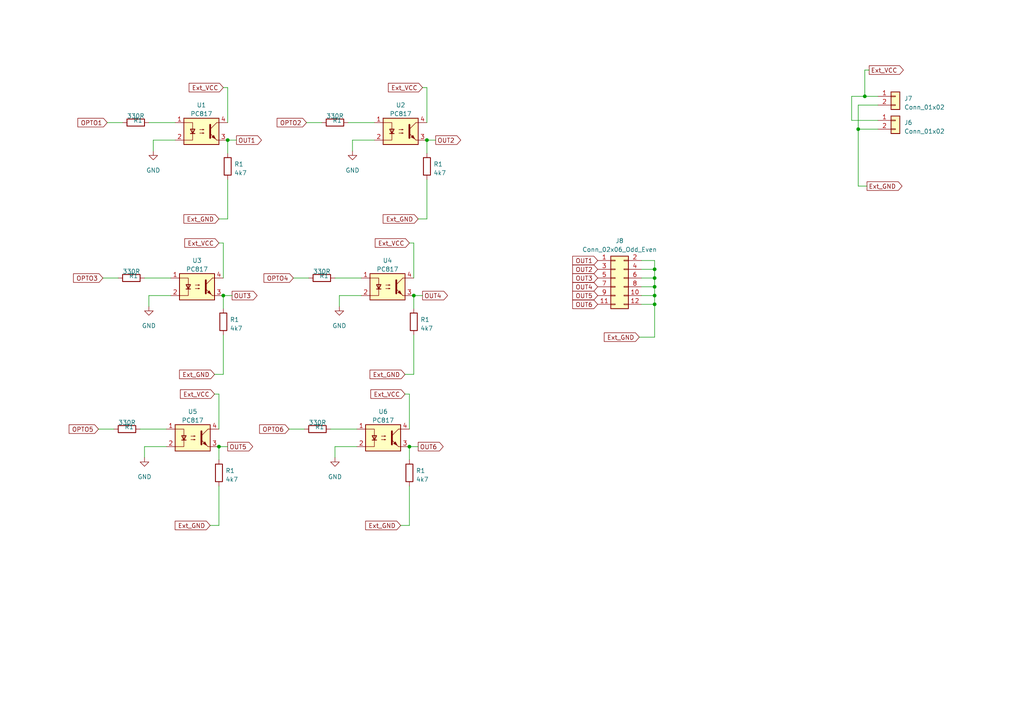
<source format=kicad_sch>
(kicad_sch (version 20230121) (generator eeschema)

  (uuid 0d90e76a-70c9-417d-8316-e042482b1488)

  (paper "A4")

  (lib_symbols
    (symbol "Connector_Generic:Conn_01x02" (pin_names (offset 1.016) hide) (in_bom yes) (on_board yes)
      (property "Reference" "J" (at 0 2.54 0)
        (effects (font (size 1.27 1.27)))
      )
      (property "Value" "Conn_01x02" (at 0 -5.08 0)
        (effects (font (size 1.27 1.27)))
      )
      (property "Footprint" "" (at 0 0 0)
        (effects (font (size 1.27 1.27)) hide)
      )
      (property "Datasheet" "~" (at 0 0 0)
        (effects (font (size 1.27 1.27)) hide)
      )
      (property "ki_keywords" "connector" (at 0 0 0)
        (effects (font (size 1.27 1.27)) hide)
      )
      (property "ki_description" "Generic connector, single row, 01x02, script generated (kicad-library-utils/schlib/autogen/connector/)" (at 0 0 0)
        (effects (font (size 1.27 1.27)) hide)
      )
      (property "ki_fp_filters" "Connector*:*_1x??_*" (at 0 0 0)
        (effects (font (size 1.27 1.27)) hide)
      )
      (symbol "Conn_01x02_1_1"
        (rectangle (start -1.27 -2.413) (end 0 -2.667)
          (stroke (width 0.1524) (type default))
          (fill (type none))
        )
        (rectangle (start -1.27 0.127) (end 0 -0.127)
          (stroke (width 0.1524) (type default))
          (fill (type none))
        )
        (rectangle (start -1.27 1.27) (end 1.27 -3.81)
          (stroke (width 0.254) (type default))
          (fill (type background))
        )
        (pin passive line (at -5.08 0 0) (length 3.81)
          (name "Pin_1" (effects (font (size 1.27 1.27))))
          (number "1" (effects (font (size 1.27 1.27))))
        )
        (pin passive line (at -5.08 -2.54 0) (length 3.81)
          (name "Pin_2" (effects (font (size 1.27 1.27))))
          (number "2" (effects (font (size 1.27 1.27))))
        )
      )
    )
    (symbol "Connector_Generic:Conn_02x06_Odd_Even" (pin_names (offset 1.016) hide) (in_bom yes) (on_board yes)
      (property "Reference" "J" (at 1.27 7.62 0)
        (effects (font (size 1.27 1.27)))
      )
      (property "Value" "Conn_02x06_Odd_Even" (at 1.27 -10.16 0)
        (effects (font (size 1.27 1.27)))
      )
      (property "Footprint" "" (at 0 0 0)
        (effects (font (size 1.27 1.27)) hide)
      )
      (property "Datasheet" "~" (at 0 0 0)
        (effects (font (size 1.27 1.27)) hide)
      )
      (property "ki_keywords" "connector" (at 0 0 0)
        (effects (font (size 1.27 1.27)) hide)
      )
      (property "ki_description" "Generic connector, double row, 02x06, odd/even pin numbering scheme (row 1 odd numbers, row 2 even numbers), script generated (kicad-library-utils/schlib/autogen/connector/)" (at 0 0 0)
        (effects (font (size 1.27 1.27)) hide)
      )
      (property "ki_fp_filters" "Connector*:*_2x??_*" (at 0 0 0)
        (effects (font (size 1.27 1.27)) hide)
      )
      (symbol "Conn_02x06_Odd_Even_1_1"
        (rectangle (start -1.27 -7.493) (end 0 -7.747)
          (stroke (width 0.1524) (type default))
          (fill (type none))
        )
        (rectangle (start -1.27 -4.953) (end 0 -5.207)
          (stroke (width 0.1524) (type default))
          (fill (type none))
        )
        (rectangle (start -1.27 -2.413) (end 0 -2.667)
          (stroke (width 0.1524) (type default))
          (fill (type none))
        )
        (rectangle (start -1.27 0.127) (end 0 -0.127)
          (stroke (width 0.1524) (type default))
          (fill (type none))
        )
        (rectangle (start -1.27 2.667) (end 0 2.413)
          (stroke (width 0.1524) (type default))
          (fill (type none))
        )
        (rectangle (start -1.27 5.207) (end 0 4.953)
          (stroke (width 0.1524) (type default))
          (fill (type none))
        )
        (rectangle (start -1.27 6.35) (end 3.81 -8.89)
          (stroke (width 0.254) (type default))
          (fill (type background))
        )
        (rectangle (start 3.81 -7.493) (end 2.54 -7.747)
          (stroke (width 0.1524) (type default))
          (fill (type none))
        )
        (rectangle (start 3.81 -4.953) (end 2.54 -5.207)
          (stroke (width 0.1524) (type default))
          (fill (type none))
        )
        (rectangle (start 3.81 -2.413) (end 2.54 -2.667)
          (stroke (width 0.1524) (type default))
          (fill (type none))
        )
        (rectangle (start 3.81 0.127) (end 2.54 -0.127)
          (stroke (width 0.1524) (type default))
          (fill (type none))
        )
        (rectangle (start 3.81 2.667) (end 2.54 2.413)
          (stroke (width 0.1524) (type default))
          (fill (type none))
        )
        (rectangle (start 3.81 5.207) (end 2.54 4.953)
          (stroke (width 0.1524) (type default))
          (fill (type none))
        )
        (pin passive line (at -5.08 5.08 0) (length 3.81)
          (name "Pin_1" (effects (font (size 1.27 1.27))))
          (number "1" (effects (font (size 1.27 1.27))))
        )
        (pin passive line (at 7.62 -5.08 180) (length 3.81)
          (name "Pin_10" (effects (font (size 1.27 1.27))))
          (number "10" (effects (font (size 1.27 1.27))))
        )
        (pin passive line (at -5.08 -7.62 0) (length 3.81)
          (name "Pin_11" (effects (font (size 1.27 1.27))))
          (number "11" (effects (font (size 1.27 1.27))))
        )
        (pin passive line (at 7.62 -7.62 180) (length 3.81)
          (name "Pin_12" (effects (font (size 1.27 1.27))))
          (number "12" (effects (font (size 1.27 1.27))))
        )
        (pin passive line (at 7.62 5.08 180) (length 3.81)
          (name "Pin_2" (effects (font (size 1.27 1.27))))
          (number "2" (effects (font (size 1.27 1.27))))
        )
        (pin passive line (at -5.08 2.54 0) (length 3.81)
          (name "Pin_3" (effects (font (size 1.27 1.27))))
          (number "3" (effects (font (size 1.27 1.27))))
        )
        (pin passive line (at 7.62 2.54 180) (length 3.81)
          (name "Pin_4" (effects (font (size 1.27 1.27))))
          (number "4" (effects (font (size 1.27 1.27))))
        )
        (pin passive line (at -5.08 0 0) (length 3.81)
          (name "Pin_5" (effects (font (size 1.27 1.27))))
          (number "5" (effects (font (size 1.27 1.27))))
        )
        (pin passive line (at 7.62 0 180) (length 3.81)
          (name "Pin_6" (effects (font (size 1.27 1.27))))
          (number "6" (effects (font (size 1.27 1.27))))
        )
        (pin passive line (at -5.08 -2.54 0) (length 3.81)
          (name "Pin_7" (effects (font (size 1.27 1.27))))
          (number "7" (effects (font (size 1.27 1.27))))
        )
        (pin passive line (at 7.62 -2.54 180) (length 3.81)
          (name "Pin_8" (effects (font (size 1.27 1.27))))
          (number "8" (effects (font (size 1.27 1.27))))
        )
        (pin passive line (at -5.08 -5.08 0) (length 3.81)
          (name "Pin_9" (effects (font (size 1.27 1.27))))
          (number "9" (effects (font (size 1.27 1.27))))
        )
      )
    )
    (symbol "Device:R" (pin_numbers hide) (pin_names (offset 0)) (in_bom yes) (on_board yes)
      (property "Reference" "R" (at 2.032 0 90)
        (effects (font (size 1.27 1.27)))
      )
      (property "Value" "R" (at 0 0 90)
        (effects (font (size 1.27 1.27)))
      )
      (property "Footprint" "" (at -1.778 0 90)
        (effects (font (size 1.27 1.27)) hide)
      )
      (property "Datasheet" "~" (at 0 0 0)
        (effects (font (size 1.27 1.27)) hide)
      )
      (property "ki_keywords" "R res resistor" (at 0 0 0)
        (effects (font (size 1.27 1.27)) hide)
      )
      (property "ki_description" "Resistor" (at 0 0 0)
        (effects (font (size 1.27 1.27)) hide)
      )
      (property "ki_fp_filters" "R_*" (at 0 0 0)
        (effects (font (size 1.27 1.27)) hide)
      )
      (symbol "R_0_1"
        (rectangle (start -1.016 -2.54) (end 1.016 2.54)
          (stroke (width 0.254) (type default))
          (fill (type none))
        )
      )
      (symbol "R_1_1"
        (pin passive line (at 0 3.81 270) (length 1.27)
          (name "~" (effects (font (size 1.27 1.27))))
          (number "1" (effects (font (size 1.27 1.27))))
        )
        (pin passive line (at 0 -3.81 90) (length 1.27)
          (name "~" (effects (font (size 1.27 1.27))))
          (number "2" (effects (font (size 1.27 1.27))))
        )
      )
    )
    (symbol "Isolator:PC817" (pin_names (offset 1.016)) (in_bom yes) (on_board yes)
      (property "Reference" "U" (at -5.08 5.08 0)
        (effects (font (size 1.27 1.27)) (justify left))
      )
      (property "Value" "PC817" (at 0 5.08 0)
        (effects (font (size 1.27 1.27)) (justify left))
      )
      (property "Footprint" "Package_DIP:DIP-4_W7.62mm" (at -5.08 -5.08 0)
        (effects (font (size 1.27 1.27) italic) (justify left) hide)
      )
      (property "Datasheet" "http://www.soselectronic.cz/a_info/resource/d/pc817.pdf" (at 0 0 0)
        (effects (font (size 1.27 1.27)) (justify left) hide)
      )
      (property "ki_keywords" "NPN DC Optocoupler" (at 0 0 0)
        (effects (font (size 1.27 1.27)) hide)
      )
      (property "ki_description" "DC Optocoupler, Vce 35V, CTR 50-300%, DIP-4" (at 0 0 0)
        (effects (font (size 1.27 1.27)) hide)
      )
      (property "ki_fp_filters" "DIP*W7.62mm*" (at 0 0 0)
        (effects (font (size 1.27 1.27)) hide)
      )
      (symbol "PC817_0_1"
        (rectangle (start -5.08 3.81) (end 5.08 -3.81)
          (stroke (width 0.254) (type default))
          (fill (type background))
        )
        (polyline
          (pts
            (xy -3.175 -0.635)
            (xy -1.905 -0.635)
          )
          (stroke (width 0.254) (type default))
          (fill (type none))
        )
        (polyline
          (pts
            (xy 2.54 0.635)
            (xy 4.445 2.54)
          )
          (stroke (width 0) (type default))
          (fill (type none))
        )
        (polyline
          (pts
            (xy 4.445 -2.54)
            (xy 2.54 -0.635)
          )
          (stroke (width 0) (type default))
          (fill (type outline))
        )
        (polyline
          (pts
            (xy 4.445 -2.54)
            (xy 5.08 -2.54)
          )
          (stroke (width 0) (type default))
          (fill (type none))
        )
        (polyline
          (pts
            (xy 4.445 2.54)
            (xy 5.08 2.54)
          )
          (stroke (width 0) (type default))
          (fill (type none))
        )
        (polyline
          (pts
            (xy -5.08 2.54)
            (xy -2.54 2.54)
            (xy -2.54 -0.635)
          )
          (stroke (width 0) (type default))
          (fill (type none))
        )
        (polyline
          (pts
            (xy -2.54 -0.635)
            (xy -2.54 -2.54)
            (xy -5.08 -2.54)
          )
          (stroke (width 0) (type default))
          (fill (type none))
        )
        (polyline
          (pts
            (xy 2.54 1.905)
            (xy 2.54 -1.905)
            (xy 2.54 -1.905)
          )
          (stroke (width 0.508) (type default))
          (fill (type none))
        )
        (polyline
          (pts
            (xy -2.54 -0.635)
            (xy -3.175 0.635)
            (xy -1.905 0.635)
            (xy -2.54 -0.635)
          )
          (stroke (width 0.254) (type default))
          (fill (type none))
        )
        (polyline
          (pts
            (xy -0.508 -0.508)
            (xy 0.762 -0.508)
            (xy 0.381 -0.635)
            (xy 0.381 -0.381)
            (xy 0.762 -0.508)
          )
          (stroke (width 0) (type default))
          (fill (type none))
        )
        (polyline
          (pts
            (xy -0.508 0.508)
            (xy 0.762 0.508)
            (xy 0.381 0.381)
            (xy 0.381 0.635)
            (xy 0.762 0.508)
          )
          (stroke (width 0) (type default))
          (fill (type none))
        )
        (polyline
          (pts
            (xy 3.048 -1.651)
            (xy 3.556 -1.143)
            (xy 4.064 -2.159)
            (xy 3.048 -1.651)
            (xy 3.048 -1.651)
          )
          (stroke (width 0) (type default))
          (fill (type outline))
        )
      )
      (symbol "PC817_1_1"
        (pin passive line (at -7.62 2.54 0) (length 2.54)
          (name "~" (effects (font (size 1.27 1.27))))
          (number "1" (effects (font (size 1.27 1.27))))
        )
        (pin passive line (at -7.62 -2.54 0) (length 2.54)
          (name "~" (effects (font (size 1.27 1.27))))
          (number "2" (effects (font (size 1.27 1.27))))
        )
        (pin passive line (at 7.62 -2.54 180) (length 2.54)
          (name "~" (effects (font (size 1.27 1.27))))
          (number "3" (effects (font (size 1.27 1.27))))
        )
        (pin passive line (at 7.62 2.54 180) (length 2.54)
          (name "~" (effects (font (size 1.27 1.27))))
          (number "4" (effects (font (size 1.27 1.27))))
        )
      )
    )
    (symbol "power:GND" (power) (pin_names (offset 0)) (in_bom yes) (on_board yes)
      (property "Reference" "#PWR" (at 0 -6.35 0)
        (effects (font (size 1.27 1.27)) hide)
      )
      (property "Value" "GND" (at 0 -3.81 0)
        (effects (font (size 1.27 1.27)))
      )
      (property "Footprint" "" (at 0 0 0)
        (effects (font (size 1.27 1.27)) hide)
      )
      (property "Datasheet" "" (at 0 0 0)
        (effects (font (size 1.27 1.27)) hide)
      )
      (property "ki_keywords" "global power" (at 0 0 0)
        (effects (font (size 1.27 1.27)) hide)
      )
      (property "ki_description" "Power symbol creates a global label with name \"GND\" , ground" (at 0 0 0)
        (effects (font (size 1.27 1.27)) hide)
      )
      (symbol "GND_0_1"
        (polyline
          (pts
            (xy 0 0)
            (xy 0 -1.27)
            (xy 1.27 -1.27)
            (xy 0 -2.54)
            (xy -1.27 -1.27)
            (xy 0 -1.27)
          )
          (stroke (width 0) (type default))
          (fill (type none))
        )
      )
      (symbol "GND_1_1"
        (pin power_in line (at 0 0 270) (length 0) hide
          (name "GND" (effects (font (size 1.27 1.27))))
          (number "1" (effects (font (size 1.27 1.27))))
        )
      )
    )
  )

  (junction (at 189.865 85.725) (diameter 0) (color 0 0 0 0)
    (uuid 157617ba-bef7-40e5-bc24-f0157bcb296e)
  )
  (junction (at 123.825 40.64) (diameter 0) (color 0 0 0 0)
    (uuid 462ed406-3dac-4996-be3b-27ee1b17bdc0)
  )
  (junction (at 118.745 129.54) (diameter 0) (color 0 0 0 0)
    (uuid 67ffaae7-73a1-4c4b-8ee9-23293ecb6cfd)
  )
  (junction (at 189.865 88.265) (diameter 0) (color 0 0 0 0)
    (uuid 6e477a5c-c1d2-4c62-90d3-05749f5bb44c)
  )
  (junction (at 189.865 80.645) (diameter 0) (color 0 0 0 0)
    (uuid 73384402-c4ae-4f95-b0c5-cdb322c98b91)
  )
  (junction (at 189.865 78.105) (diameter 0) (color 0 0 0 0)
    (uuid 81ae9fe3-8450-477d-b971-d4b6aaf83829)
  )
  (junction (at 64.77 85.725) (diameter 0) (color 0 0 0 0)
    (uuid 9813c103-e0b5-4493-80ce-a9a921cf16b1)
  )
  (junction (at 63.5 129.54) (diameter 0) (color 0 0 0 0)
    (uuid a404ec24-156a-460e-9a4d-bba0e91a2596)
  )
  (junction (at 248.92 37.465) (diameter 0) (color 0 0 0 0)
    (uuid ae220c7a-77eb-4383-acf0-c78eba9cb098)
  )
  (junction (at 120.015 85.725) (diameter 0) (color 0 0 0 0)
    (uuid c5fc20c1-0b8c-405c-9190-3f15a41043a6)
  )
  (junction (at 66.04 40.64) (diameter 0) (color 0 0 0 0)
    (uuid c8a8ef3b-bf9a-4672-8851-1ee0ace8b1a8)
  )
  (junction (at 189.865 83.185) (diameter 0) (color 0 0 0 0)
    (uuid ea1b53c6-4e50-45df-b722-6b7e7de0d531)
  )
  (junction (at 250.825 27.94) (diameter 0) (color 0 0 0 0)
    (uuid f3aaa69f-607c-4ee2-a5d8-315db6113cea)
  )

  (wire (pts (xy 28.575 124.46) (xy 33.02 124.46))
    (stroke (width 0) (type default))
    (uuid 03fe4092-91cd-4052-b553-f585f4d3a8ae)
  )
  (wire (pts (xy 189.865 80.645) (xy 189.865 83.185))
    (stroke (width 0) (type default))
    (uuid 0cef3175-8a9f-4213-bed0-30c6756dc81b)
  )
  (wire (pts (xy 60.96 152.4) (xy 63.5 152.4))
    (stroke (width 0) (type default))
    (uuid 161c85bc-2d15-4c3b-8317-9b6ba7eabb16)
  )
  (wire (pts (xy 186.055 78.105) (xy 189.865 78.105))
    (stroke (width 0) (type default))
    (uuid 18455a52-3ce2-4a83-9c06-a1d85ae2d85d)
  )
  (wire (pts (xy 66.04 25.4) (xy 66.04 35.56))
    (stroke (width 0) (type default))
    (uuid 1cb14782-ff80-42db-b9b6-13fe13343ca5)
  )
  (wire (pts (xy 66.04 40.64) (xy 66.04 44.45))
    (stroke (width 0) (type default))
    (uuid 1d83282d-2217-4cac-b29a-61fb6de707cd)
  )
  (wire (pts (xy 117.475 108.585) (xy 120.015 108.585))
    (stroke (width 0) (type default))
    (uuid 1dd6dc19-7ef4-4f89-8250-68454d535f69)
  )
  (wire (pts (xy 123.825 40.64) (xy 123.825 44.45))
    (stroke (width 0) (type default))
    (uuid 221dff4c-4873-4f91-b0b7-89a704b6c98d)
  )
  (wire (pts (xy 250.825 20.32) (xy 250.825 27.94))
    (stroke (width 0) (type default))
    (uuid 22778b87-39c5-4711-bb97-bedbace29626)
  )
  (wire (pts (xy 102.235 40.64) (xy 102.235 43.815))
    (stroke (width 0) (type default))
    (uuid 22e91625-d469-40aa-a4aa-2cad32601016)
  )
  (wire (pts (xy 254.635 30.48) (xy 248.92 30.48))
    (stroke (width 0) (type default))
    (uuid 2307fc30-3ff6-415c-bd39-8020f54d81c5)
  )
  (wire (pts (xy 64.77 97.155) (xy 64.77 108.585))
    (stroke (width 0) (type default))
    (uuid 28fe7a86-7668-45b5-bed7-e3b46832694f)
  )
  (wire (pts (xy 186.055 80.645) (xy 189.865 80.645))
    (stroke (width 0) (type default))
    (uuid 29d31d04-6918-4d9d-838e-085df8b326cc)
  )
  (wire (pts (xy 104.775 85.725) (xy 98.425 85.725))
    (stroke (width 0) (type default))
    (uuid 29fca5ca-53b9-4ca0-b7f6-246c867460bf)
  )
  (wire (pts (xy 63.5 70.485) (xy 64.77 70.485))
    (stroke (width 0) (type default))
    (uuid 2b289aed-d78d-4cb7-ad9b-f123d1f45f73)
  )
  (wire (pts (xy 189.865 78.105) (xy 189.865 75.565))
    (stroke (width 0) (type default))
    (uuid 2c7b25b0-40c1-4a1a-9403-a741d6b9ff78)
  )
  (wire (pts (xy 50.8 40.64) (xy 44.45 40.64))
    (stroke (width 0) (type default))
    (uuid 2d546fd2-a91a-4e2f-8be8-56badbe0cfa7)
  )
  (wire (pts (xy 103.505 129.54) (xy 97.155 129.54))
    (stroke (width 0) (type default))
    (uuid 32ccf04b-0085-4538-bce3-da1424ef88ba)
  )
  (wire (pts (xy 64.77 70.485) (xy 64.77 80.645))
    (stroke (width 0) (type default))
    (uuid 39e0e30c-81ee-4fac-817b-cc7cb6f9bb53)
  )
  (wire (pts (xy 88.9 35.56) (xy 93.345 35.56))
    (stroke (width 0) (type default))
    (uuid 40588d8a-645e-41e7-b60f-750459ec0145)
  )
  (wire (pts (xy 31.115 35.56) (xy 35.56 35.56))
    (stroke (width 0) (type default))
    (uuid 41e12bf9-f3e1-418b-9935-8727fdf0751a)
  )
  (wire (pts (xy 117.475 114.3) (xy 118.745 114.3))
    (stroke (width 0) (type default))
    (uuid 42f3b583-6eda-4f1c-8669-c7b318072825)
  )
  (wire (pts (xy 43.18 85.725) (xy 43.18 88.9))
    (stroke (width 0) (type default))
    (uuid 4487cebe-21ee-4ef4-98a5-32142be8aacf)
  )
  (wire (pts (xy 116.205 152.4) (xy 118.745 152.4))
    (stroke (width 0) (type default))
    (uuid 4922262b-a1c3-41eb-95e8-b62aaa71a951)
  )
  (wire (pts (xy 29.845 80.645) (xy 34.29 80.645))
    (stroke (width 0) (type default))
    (uuid 5011b994-599c-4132-a85e-09ca0b451988)
  )
  (wire (pts (xy 189.865 85.725) (xy 189.865 88.265))
    (stroke (width 0) (type default))
    (uuid 5057d950-00a2-483d-9594-c57a9c1af345)
  )
  (wire (pts (xy 118.745 70.485) (xy 120.015 70.485))
    (stroke (width 0) (type default))
    (uuid 51a90957-ad38-455c-bb22-08121cbeaf83)
  )
  (wire (pts (xy 248.92 30.48) (xy 248.92 37.465))
    (stroke (width 0) (type default))
    (uuid 523e7550-fd6e-4011-a673-950b6d90f4c4)
  )
  (wire (pts (xy 118.745 129.54) (xy 118.745 133.35))
    (stroke (width 0) (type default))
    (uuid 52ab1606-dfd1-4f51-9fbb-44f60aab317b)
  )
  (wire (pts (xy 120.015 85.725) (xy 122.555 85.725))
    (stroke (width 0) (type default))
    (uuid 53aa4971-8ff0-4713-8158-5c0eb05a63fb)
  )
  (wire (pts (xy 40.64 124.46) (xy 48.26 124.46))
    (stroke (width 0) (type default))
    (uuid 5dc04e40-4072-4b9a-9a17-be6d8525b088)
  )
  (wire (pts (xy 120.015 85.725) (xy 120.015 89.535))
    (stroke (width 0) (type default))
    (uuid 6092829c-9c71-435e-8a8a-9cd079188a25)
  )
  (wire (pts (xy 189.865 80.645) (xy 189.865 78.105))
    (stroke (width 0) (type default))
    (uuid 67b5c2a9-28d3-454d-badd-cda17b5d3d60)
  )
  (wire (pts (xy 118.745 140.97) (xy 118.745 152.4))
    (stroke (width 0) (type default))
    (uuid 68c0f019-e7fd-47d4-ad69-847c14d9a60f)
  )
  (wire (pts (xy 66.04 52.07) (xy 66.04 63.5))
    (stroke (width 0) (type default))
    (uuid 699bc857-3083-45d3-9d4c-a1ffacfb54d5)
  )
  (wire (pts (xy 83.82 124.46) (xy 88.265 124.46))
    (stroke (width 0) (type default))
    (uuid 74537b2e-f402-4c11-8ec8-bded98135c51)
  )
  (wire (pts (xy 98.425 85.725) (xy 98.425 88.9))
    (stroke (width 0) (type default))
    (uuid 775dca23-1ce8-4a4e-bb2e-32952fd184bd)
  )
  (wire (pts (xy 64.77 85.725) (xy 64.77 89.535))
    (stroke (width 0) (type default))
    (uuid 7c40b759-1fd4-4e7e-866e-11f504c191d3)
  )
  (wire (pts (xy 118.745 114.3) (xy 118.745 124.46))
    (stroke (width 0) (type default))
    (uuid 7cf8a57e-8cbd-4a03-ba28-6265ee6f2567)
  )
  (wire (pts (xy 189.865 83.185) (xy 189.865 85.725))
    (stroke (width 0) (type default))
    (uuid 7d1852d0-5399-4df2-89fe-354b4cf069ca)
  )
  (wire (pts (xy 248.92 37.465) (xy 248.92 53.975))
    (stroke (width 0) (type default))
    (uuid 7e2d5baf-cfdb-4c05-b01e-bda36d69bd77)
  )
  (wire (pts (xy 41.91 129.54) (xy 41.91 132.715))
    (stroke (width 0) (type default))
    (uuid 810dc529-3521-4cd0-80df-f514f2ca1361)
  )
  (wire (pts (xy 120.015 97.155) (xy 120.015 108.585))
    (stroke (width 0) (type default))
    (uuid 834574da-eb50-470e-b7eb-3806d994e734)
  )
  (wire (pts (xy 185.42 97.79) (xy 189.865 97.79))
    (stroke (width 0) (type default))
    (uuid 836728d6-f699-4e83-b2ed-e43ce17b5913)
  )
  (wire (pts (xy 251.46 53.975) (xy 248.92 53.975))
    (stroke (width 0) (type default))
    (uuid 849d9990-b573-456e-91c3-514f8c37e052)
  )
  (wire (pts (xy 189.865 88.265) (xy 189.865 97.79))
    (stroke (width 0) (type default))
    (uuid 88cc52a5-af6d-42d8-a0e6-2beaeabff66f)
  )
  (wire (pts (xy 62.23 114.3) (xy 63.5 114.3))
    (stroke (width 0) (type default))
    (uuid 8afab622-507f-44e1-8cf9-eba36770eaf5)
  )
  (wire (pts (xy 64.77 85.725) (xy 67.31 85.725))
    (stroke (width 0) (type default))
    (uuid 8e9256fc-ab55-4c76-a2fa-6d9f3d4802e2)
  )
  (wire (pts (xy 122.555 25.4) (xy 123.825 25.4))
    (stroke (width 0) (type default))
    (uuid 968341fb-d4b6-4f08-8ca5-fdae36b9c354)
  )
  (wire (pts (xy 186.055 85.725) (xy 189.865 85.725))
    (stroke (width 0) (type default))
    (uuid 9daf4c2b-b94b-4071-93b4-ce8729ba022b)
  )
  (wire (pts (xy 97.155 129.54) (xy 97.155 132.715))
    (stroke (width 0) (type default))
    (uuid 9dbdac2f-6010-4103-a464-a83fd409a905)
  )
  (wire (pts (xy 250.825 27.94) (xy 247.015 27.94))
    (stroke (width 0) (type default))
    (uuid a1f07a4d-6022-49ae-9e9b-f4b46517a2fe)
  )
  (wire (pts (xy 63.5 63.5) (xy 66.04 63.5))
    (stroke (width 0) (type default))
    (uuid a25c4736-02eb-4828-bcb4-20da6912c796)
  )
  (wire (pts (xy 63.5 114.3) (xy 63.5 124.46))
    (stroke (width 0) (type default))
    (uuid a8171a7d-3511-4e5a-8ee1-ba230f20cd93)
  )
  (wire (pts (xy 254.635 27.94) (xy 250.825 27.94))
    (stroke (width 0) (type default))
    (uuid b20c9ef9-2604-4ac8-8243-f8d7702b6739)
  )
  (wire (pts (xy 100.965 35.56) (xy 108.585 35.56))
    (stroke (width 0) (type default))
    (uuid b6ffb6fa-37ad-4708-adf8-64042143bacf)
  )
  (wire (pts (xy 63.5 140.97) (xy 63.5 152.4))
    (stroke (width 0) (type default))
    (uuid b86b26e8-565f-41f8-ac16-71f6721245f6)
  )
  (wire (pts (xy 63.5 129.54) (xy 66.04 129.54))
    (stroke (width 0) (type default))
    (uuid be451228-6f38-4a68-9060-062859ef9322)
  )
  (wire (pts (xy 108.585 40.64) (xy 102.235 40.64))
    (stroke (width 0) (type default))
    (uuid be90b0b9-27b2-4976-b899-5d794d37cec6)
  )
  (wire (pts (xy 250.825 20.32) (xy 252.095 20.32))
    (stroke (width 0) (type default))
    (uuid c1f8c9b0-4b6e-47e0-8c53-85a86e4802f7)
  )
  (wire (pts (xy 247.015 34.925) (xy 254.635 34.925))
    (stroke (width 0) (type default))
    (uuid c232d7e4-278e-45ac-8169-97dfda4b4145)
  )
  (wire (pts (xy 44.45 40.64) (xy 44.45 43.815))
    (stroke (width 0) (type default))
    (uuid c52af65f-758c-4612-8ea1-40c2ec42406f)
  )
  (wire (pts (xy 48.26 129.54) (xy 41.91 129.54))
    (stroke (width 0) (type default))
    (uuid c592c751-fe63-455e-a988-d043a5042438)
  )
  (wire (pts (xy 62.23 108.585) (xy 64.77 108.585))
    (stroke (width 0) (type default))
    (uuid c931c645-bc01-4848-b2db-6e63c664b514)
  )
  (wire (pts (xy 121.285 63.5) (xy 123.825 63.5))
    (stroke (width 0) (type default))
    (uuid cd6d2bf5-493f-4470-a222-f2a110baf10b)
  )
  (wire (pts (xy 49.53 85.725) (xy 43.18 85.725))
    (stroke (width 0) (type default))
    (uuid ce7821ad-e700-425d-8141-133fdd014a02)
  )
  (wire (pts (xy 63.5 129.54) (xy 63.5 133.35))
    (stroke (width 0) (type default))
    (uuid cfc5dff0-6a9e-49b5-987e-3048ce00d50b)
  )
  (wire (pts (xy 123.825 52.07) (xy 123.825 63.5))
    (stroke (width 0) (type default))
    (uuid d31dff13-bdf3-4c9e-83aa-e93f156c6027)
  )
  (wire (pts (xy 247.015 27.94) (xy 247.015 34.925))
    (stroke (width 0) (type default))
    (uuid d338bc4f-2eae-4677-8ee3-a646c1acb979)
  )
  (wire (pts (xy 95.885 124.46) (xy 103.505 124.46))
    (stroke (width 0) (type default))
    (uuid d74d8bc5-5cb4-421f-902c-3c156e7ccea6)
  )
  (wire (pts (xy 97.155 80.645) (xy 104.775 80.645))
    (stroke (width 0) (type default))
    (uuid d7b20e22-0247-4113-be82-1091d767e757)
  )
  (wire (pts (xy 66.04 40.64) (xy 68.58 40.64))
    (stroke (width 0) (type default))
    (uuid dac4295e-c9ea-48d7-9508-a40877fac1e1)
  )
  (wire (pts (xy 123.825 40.64) (xy 126.365 40.64))
    (stroke (width 0) (type default))
    (uuid db9de3e0-082b-4afc-81ba-426658396e7a)
  )
  (wire (pts (xy 186.055 83.185) (xy 189.865 83.185))
    (stroke (width 0) (type default))
    (uuid dc52e50d-be2e-4aef-b000-3839c6a8501b)
  )
  (wire (pts (xy 85.09 80.645) (xy 89.535 80.645))
    (stroke (width 0) (type default))
    (uuid e017a965-e45d-49fe-bb01-6232f26cbf36)
  )
  (wire (pts (xy 189.865 75.565) (xy 186.055 75.565))
    (stroke (width 0) (type default))
    (uuid e37d3a72-e4f4-4e7b-895d-50df8825eef7)
  )
  (wire (pts (xy 123.825 25.4) (xy 123.825 35.56))
    (stroke (width 0) (type default))
    (uuid e69ff221-a162-40f8-b2bc-ea599d44de30)
  )
  (wire (pts (xy 186.055 88.265) (xy 189.865 88.265))
    (stroke (width 0) (type default))
    (uuid e87d51e7-0834-4ad6-9d0c-d40c124c9dc7)
  )
  (wire (pts (xy 118.745 129.54) (xy 121.285 129.54))
    (stroke (width 0) (type default))
    (uuid ef869288-7255-4261-876a-9b11f9a37d91)
  )
  (wire (pts (xy 248.92 37.465) (xy 254.635 37.465))
    (stroke (width 0) (type default))
    (uuid f40c2df9-b83f-4ed2-8c8f-caf0b5034f48)
  )
  (wire (pts (xy 41.91 80.645) (xy 49.53 80.645))
    (stroke (width 0) (type default))
    (uuid f499d260-4ede-40c8-89ff-7ac9a988f299)
  )
  (wire (pts (xy 120.015 70.485) (xy 120.015 80.645))
    (stroke (width 0) (type default))
    (uuid f6fdd743-367d-4dbb-a95e-2610e3e520cb)
  )
  (wire (pts (xy 43.18 35.56) (xy 50.8 35.56))
    (stroke (width 0) (type default))
    (uuid fcaed9bc-092a-4a5e-ad0c-92c2c31385e0)
  )
  (wire (pts (xy 64.77 25.4) (xy 66.04 25.4))
    (stroke (width 0) (type default))
    (uuid fe1f534e-1581-4620-9bb6-794b8c3f0868)
  )

  (global_label "OPTO1" (shape input) (at 31.115 35.56 180) (fields_autoplaced)
    (effects (font (size 1.27 1.27)) (justify right))
    (uuid 04415fd9-e90f-47d2-9201-26a6e82f386a)
    (property "Intersheetrefs" "${INTERSHEET_REFS}" (at 22.1011 35.56 0)
      (effects (font (size 1.27 1.27)) (justify right) hide)
    )
  )
  (global_label "OUT6" (shape input) (at 173.355 88.265 180) (fields_autoplaced)
    (effects (font (size 1.27 1.27)) (justify right))
    (uuid 0afbea0c-58fd-406a-94d1-97592fd80134)
    (property "Intersheetrefs" "${INTERSHEET_REFS}" (at 165.6111 88.265 0)
      (effects (font (size 1.27 1.27)) (justify right) hide)
    )
  )
  (global_label "Ext_VCC" (shape input) (at 118.745 70.485 180) (fields_autoplaced)
    (effects (font (size 1.27 1.27)) (justify right))
    (uuid 0bdfe65c-7adf-4f8e-910b-8d092d09779c)
    (property "Intersheetrefs" "${INTERSHEET_REFS}" (at 108.3402 70.485 0)
      (effects (font (size 1.27 1.27)) (justify right) hide)
    )
  )
  (global_label "Ext_GND" (shape input) (at 63.5 63.5 180) (fields_autoplaced)
    (effects (font (size 1.27 1.27)) (justify right))
    (uuid 10337003-b82f-4f86-8bae-99d87115fcfa)
    (property "Intersheetrefs" "${INTERSHEET_REFS}" (at 52.8533 63.5 0)
      (effects (font (size 1.27 1.27)) (justify right) hide)
    )
  )
  (global_label "OUT6" (shape output) (at 121.285 129.54 0) (fields_autoplaced)
    (effects (font (size 1.27 1.27)) (justify left))
    (uuid 12ac01a5-153b-4389-9e15-afa1c16479c4)
    (property "Intersheetrefs" "${INTERSHEET_REFS}" (at 129.0289 129.54 0)
      (effects (font (size 1.27 1.27)) (justify left) hide)
    )
  )
  (global_label "OUT3" (shape output) (at 67.31 85.725 0) (fields_autoplaced)
    (effects (font (size 1.27 1.27)) (justify left))
    (uuid 1ebdfaca-99dc-43c1-bf1a-6a7e6e6ca06d)
    (property "Intersheetrefs" "${INTERSHEET_REFS}" (at 75.0539 85.725 0)
      (effects (font (size 1.27 1.27)) (justify left) hide)
    )
  )
  (global_label "Ext_GND" (shape input) (at 185.42 97.79 180) (fields_autoplaced)
    (effects (font (size 1.27 1.27)) (justify right))
    (uuid 2b1ddf8f-b464-4d03-a26b-d7585c197f5e)
    (property "Intersheetrefs" "${INTERSHEET_REFS}" (at 174.7733 97.79 0)
      (effects (font (size 1.27 1.27)) (justify right) hide)
    )
  )
  (global_label "OUT4" (shape output) (at 122.555 85.725 0) (fields_autoplaced)
    (effects (font (size 1.27 1.27)) (justify left))
    (uuid 2f5f6bd7-92a9-4373-9ef7-cbaafbc2f7e6)
    (property "Intersheetrefs" "${INTERSHEET_REFS}" (at 130.2989 85.725 0)
      (effects (font (size 1.27 1.27)) (justify left) hide)
    )
  )
  (global_label "Ext_GND" (shape input) (at 116.205 152.4 180) (fields_autoplaced)
    (effects (font (size 1.27 1.27)) (justify right))
    (uuid 35656bef-1f40-46d1-9f79-40a8f9c8de9c)
    (property "Intersheetrefs" "${INTERSHEET_REFS}" (at 105.5583 152.4 0)
      (effects (font (size 1.27 1.27)) (justify right) hide)
    )
  )
  (global_label "OPTO4" (shape input) (at 85.09 80.645 180) (fields_autoplaced)
    (effects (font (size 1.27 1.27)) (justify right))
    (uuid 370bef80-d781-4961-921f-96463deae9d0)
    (property "Intersheetrefs" "${INTERSHEET_REFS}" (at 76.0761 80.645 0)
      (effects (font (size 1.27 1.27)) (justify right) hide)
    )
  )
  (global_label "Ext_GND" (shape input) (at 121.285 63.5 180) (fields_autoplaced)
    (effects (font (size 1.27 1.27)) (justify right))
    (uuid 419dccbd-30e1-477b-b86e-dcf0fa2c3708)
    (property "Intersheetrefs" "${INTERSHEET_REFS}" (at 110.6383 63.5 0)
      (effects (font (size 1.27 1.27)) (justify right) hide)
    )
  )
  (global_label "OPTO2" (shape input) (at 88.9 35.56 180) (fields_autoplaced)
    (effects (font (size 1.27 1.27)) (justify right))
    (uuid 41c1cf37-a439-46b4-9bad-44b6c6eb2887)
    (property "Intersheetrefs" "${INTERSHEET_REFS}" (at 79.8861 35.56 0)
      (effects (font (size 1.27 1.27)) (justify right) hide)
    )
  )
  (global_label "Ext_GND" (shape output) (at 251.46 53.975 0) (fields_autoplaced)
    (effects (font (size 1.27 1.27)) (justify left))
    (uuid 4503c22a-d07d-4991-8870-802add431592)
    (property "Intersheetrefs" "${INTERSHEET_REFS}" (at 262.1067 53.975 0)
      (effects (font (size 1.27 1.27)) (justify left) hide)
    )
  )
  (global_label "OUT1" (shape output) (at 68.58 40.64 0) (fields_autoplaced)
    (effects (font (size 1.27 1.27)) (justify left))
    (uuid 4985aa8c-d5c3-4fe0-b68e-b532a8d43e1d)
    (property "Intersheetrefs" "${INTERSHEET_REFS}" (at 76.3239 40.64 0)
      (effects (font (size 1.27 1.27)) (justify left) hide)
    )
  )
  (global_label "OUT5" (shape output) (at 66.04 129.54 0) (fields_autoplaced)
    (effects (font (size 1.27 1.27)) (justify left))
    (uuid 4fb7aec8-024a-41cd-b3eb-7d4b058938dd)
    (property "Intersheetrefs" "${INTERSHEET_REFS}" (at 73.7839 129.54 0)
      (effects (font (size 1.27 1.27)) (justify left) hide)
    )
  )
  (global_label "Ext_VCC" (shape input) (at 63.5 70.485 180) (fields_autoplaced)
    (effects (font (size 1.27 1.27)) (justify right))
    (uuid 5239c106-230c-4a3a-81ae-7ee2fcb51ab4)
    (property "Intersheetrefs" "${INTERSHEET_REFS}" (at 53.0952 70.485 0)
      (effects (font (size 1.27 1.27)) (justify right) hide)
    )
  )
  (global_label "Ext_GND" (shape input) (at 117.475 108.585 180) (fields_autoplaced)
    (effects (font (size 1.27 1.27)) (justify right))
    (uuid 57dc18c3-c11b-4dff-9aae-811a1ea2d58d)
    (property "Intersheetrefs" "${INTERSHEET_REFS}" (at 106.8283 108.585 0)
      (effects (font (size 1.27 1.27)) (justify right) hide)
    )
  )
  (global_label "Ext_VCC" (shape output) (at 252.095 20.32 0) (fields_autoplaced)
    (effects (font (size 1.27 1.27)) (justify left))
    (uuid 5c8176b2-410f-419e-b8af-f640d24061ad)
    (property "Intersheetrefs" "${INTERSHEET_REFS}" (at 262.4998 20.32 0)
      (effects (font (size 1.27 1.27)) (justify left) hide)
    )
  )
  (global_label "OUT5" (shape input) (at 173.355 85.725 180) (fields_autoplaced)
    (effects (font (size 1.27 1.27)) (justify right))
    (uuid 6779bf73-2e5a-4d4a-8756-4ba7cf0bde58)
    (property "Intersheetrefs" "${INTERSHEET_REFS}" (at 165.6111 85.725 0)
      (effects (font (size 1.27 1.27)) (justify right) hide)
    )
  )
  (global_label "Ext_VCC" (shape input) (at 122.555 25.4 180) (fields_autoplaced)
    (effects (font (size 1.27 1.27)) (justify right))
    (uuid 781e6e0b-b421-42c2-81c3-c2c453e0e6aa)
    (property "Intersheetrefs" "${INTERSHEET_REFS}" (at 112.1502 25.4 0)
      (effects (font (size 1.27 1.27)) (justify right) hide)
    )
  )
  (global_label "OPTO5" (shape input) (at 28.575 124.46 180) (fields_autoplaced)
    (effects (font (size 1.27 1.27)) (justify right))
    (uuid 7ffe156c-ad14-4e1a-8748-2ad2801e2488)
    (property "Intersheetrefs" "${INTERSHEET_REFS}" (at 19.5611 124.46 0)
      (effects (font (size 1.27 1.27)) (justify right) hide)
    )
  )
  (global_label "OUT2" (shape output) (at 126.365 40.64 0) (fields_autoplaced)
    (effects (font (size 1.27 1.27)) (justify left))
    (uuid 8080bc8c-0722-4d2a-bd3a-a6e52e859ce9)
    (property "Intersheetrefs" "${INTERSHEET_REFS}" (at 134.1089 40.64 0)
      (effects (font (size 1.27 1.27)) (justify left) hide)
    )
  )
  (global_label "Ext_VCC" (shape input) (at 117.475 114.3 180) (fields_autoplaced)
    (effects (font (size 1.27 1.27)) (justify right))
    (uuid 9a439f81-2068-4c93-8613-c788a6e8631e)
    (property "Intersheetrefs" "${INTERSHEET_REFS}" (at 107.0702 114.3 0)
      (effects (font (size 1.27 1.27)) (justify right) hide)
    )
  )
  (global_label "Ext_GND" (shape input) (at 60.96 152.4 180) (fields_autoplaced)
    (effects (font (size 1.27 1.27)) (justify right))
    (uuid ab70a725-d67e-4c6b-b99a-b03ee300e177)
    (property "Intersheetrefs" "${INTERSHEET_REFS}" (at 50.3133 152.4 0)
      (effects (font (size 1.27 1.27)) (justify right) hide)
    )
  )
  (global_label "Ext_VCC" (shape input) (at 64.77 25.4 180) (fields_autoplaced)
    (effects (font (size 1.27 1.27)) (justify right))
    (uuid ac7354d6-eed8-48ac-9e76-fe133b2975a5)
    (property "Intersheetrefs" "${INTERSHEET_REFS}" (at 54.3652 25.4 0)
      (effects (font (size 1.27 1.27)) (justify right) hide)
    )
  )
  (global_label "Ext_GND" (shape input) (at 62.23 108.585 180) (fields_autoplaced)
    (effects (font (size 1.27 1.27)) (justify right))
    (uuid aed255fe-f6ff-4d7b-890a-6b1b5714b030)
    (property "Intersheetrefs" "${INTERSHEET_REFS}" (at 51.5833 108.585 0)
      (effects (font (size 1.27 1.27)) (justify right) hide)
    )
  )
  (global_label "OUT2" (shape input) (at 173.355 78.105 180) (fields_autoplaced)
    (effects (font (size 1.27 1.27)) (justify right))
    (uuid b7b0d990-a918-48a5-9f9d-1b5b412f987b)
    (property "Intersheetrefs" "${INTERSHEET_REFS}" (at 165.6111 78.105 0)
      (effects (font (size 1.27 1.27)) (justify right) hide)
    )
  )
  (global_label "OUT4" (shape input) (at 173.355 83.185 180) (fields_autoplaced)
    (effects (font (size 1.27 1.27)) (justify right))
    (uuid bed1f1c0-5404-4b95-bc3d-8ce3c5c1bd16)
    (property "Intersheetrefs" "${INTERSHEET_REFS}" (at 165.6111 83.185 0)
      (effects (font (size 1.27 1.27)) (justify right) hide)
    )
  )
  (global_label "OPTO6" (shape input) (at 83.82 124.46 180) (fields_autoplaced)
    (effects (font (size 1.27 1.27)) (justify right))
    (uuid befa1d65-2a8b-43fd-9639-edf43b348474)
    (property "Intersheetrefs" "${INTERSHEET_REFS}" (at 74.8061 124.46 0)
      (effects (font (size 1.27 1.27)) (justify right) hide)
    )
  )
  (global_label "OUT1" (shape input) (at 173.355 75.565 180) (fields_autoplaced)
    (effects (font (size 1.27 1.27)) (justify right))
    (uuid c3350870-7f00-4588-9d81-a0173f2b42bd)
    (property "Intersheetrefs" "${INTERSHEET_REFS}" (at 165.6111 75.565 0)
      (effects (font (size 1.27 1.27)) (justify right) hide)
    )
  )
  (global_label "Ext_VCC" (shape input) (at 62.23 114.3 180) (fields_autoplaced)
    (effects (font (size 1.27 1.27)) (justify right))
    (uuid ebd4dd7b-7639-42c7-9c07-3ccd3d0b26cf)
    (property "Intersheetrefs" "${INTERSHEET_REFS}" (at 51.8252 114.3 0)
      (effects (font (size 1.27 1.27)) (justify right) hide)
    )
  )
  (global_label "OUT3" (shape input) (at 173.355 80.645 180) (fields_autoplaced)
    (effects (font (size 1.27 1.27)) (justify right))
    (uuid f0dc2aa7-4974-4aa9-b07a-9b09be7002dd)
    (property "Intersheetrefs" "${INTERSHEET_REFS}" (at 165.6111 80.645 0)
      (effects (font (size 1.27 1.27)) (justify right) hide)
    )
  )
  (global_label "OPTO3" (shape input) (at 29.845 80.645 180) (fields_autoplaced)
    (effects (font (size 1.27 1.27)) (justify right))
    (uuid f22c1d6a-48de-4dc2-a83c-937dbc9eff09)
    (property "Intersheetrefs" "${INTERSHEET_REFS}" (at 20.8311 80.645 0)
      (effects (font (size 1.27 1.27)) (justify right) hide)
    )
  )

  (symbol (lib_id "Connector_Generic:Conn_02x06_Odd_Even") (at 178.435 80.645 0) (unit 1)
    (in_bom yes) (on_board yes) (dnp no) (fields_autoplaced)
    (uuid 0f80483e-9d93-46e6-ad9c-e30242e9c4c2)
    (property "Reference" "J8" (at 179.705 69.85 0)
      (effects (font (size 1.27 1.27)))
    )
    (property "Value" "Conn_02x06_Odd_Even" (at 179.705 72.39 0)
      (effects (font (size 1.27 1.27)))
    )
    (property "Footprint" "Connector_PinHeader_1.27mm:PinHeader_2x06_P1.27mm_Vertical" (at 178.435 80.645 0)
      (effects (font (size 1.27 1.27)) hide)
    )
    (property "Datasheet" "~" (at 178.435 80.645 0)
      (effects (font (size 1.27 1.27)) hide)
    )
    (pin "1" (uuid 09ddd3d5-326a-4aff-a94f-334f87a6074a))
    (pin "10" (uuid c45f31b7-015f-4e10-8622-eac3d5bd5fb9))
    (pin "11" (uuid 42cbc602-81ee-4429-bde5-42b691ac6597))
    (pin "12" (uuid 420954e3-5659-4b06-9940-5b92e88b7945))
    (pin "2" (uuid 173feff7-aca7-4cea-8c07-65aeb342a0ab))
    (pin "3" (uuid fdcf717a-422a-4808-8bae-1c06d85f5e37))
    (pin "4" (uuid c2e1dda0-e389-4a11-a3a9-1903dd6a1968))
    (pin "5" (uuid ae5a526c-669d-4211-aec5-b79a5194d89c))
    (pin "6" (uuid 13ee874d-a204-41b0-a3a0-6365bdce9a46))
    (pin "7" (uuid 759e9798-121a-462f-869e-125e212f9267))
    (pin "8" (uuid 19f96ecc-de09-4dbc-bb4d-ff2c58b19278))
    (pin "9" (uuid 662d573e-8bc4-43f6-9760-4dd2a4d22c19))
    (instances
      (project "SimpleLattice"
        (path "/14edb605-1834-4cad-ad76-dcabae15d086/e085b515-46c7-44d3-ade9-c59d0298897f"
          (reference "J8") (unit 1)
        )
      )
    )
  )

  (symbol (lib_id "Isolator:PC817") (at 55.88 127 0) (unit 1)
    (in_bom yes) (on_board yes) (dnp no) (fields_autoplaced)
    (uuid 1461c770-2bba-4be4-b2fa-856dcf944191)
    (property "Reference" "U5" (at 55.88 119.38 0)
      (effects (font (size 1.27 1.27)))
    )
    (property "Value" "PC817" (at 55.88 121.92 0)
      (effects (font (size 1.27 1.27)))
    )
    (property "Footprint" "Package_DIP:DIP-4_W7.62mm" (at 50.8 132.08 0)
      (effects (font (size 1.27 1.27) italic) (justify left) hide)
    )
    (property "Datasheet" "http://www.soselectronic.cz/a_info/resource/d/pc817.pdf" (at 55.88 127 0)
      (effects (font (size 1.27 1.27)) (justify left) hide)
    )
    (pin "1" (uuid d56fa90e-0641-48ec-88a7-303173bb7325))
    (pin "2" (uuid 1603877c-b261-4823-84ea-b57631ea3cf1))
    (pin "3" (uuid 01bc841d-2894-45d0-91e7-b9b5bffb0ae5))
    (pin "4" (uuid 49807e01-b684-4d6d-8f12-6d3aa2ccb145))
    (instances
      (project "SimpleLattice"
        (path "/14edb605-1834-4cad-ad76-dcabae15d086/e085b515-46c7-44d3-ade9-c59d0298897f"
          (reference "U5") (unit 1)
        )
      )
    )
  )

  (symbol (lib_id "Device:R") (at 38.1 80.645 270) (unit 1)
    (in_bom yes) (on_board yes) (dnp no)
    (uuid 14e6f39b-bc43-4a80-a668-4e4abe6bcc24)
    (property "Reference" "R1" (at 38.735 80.01 90)
      (effects (font (size 1.27 1.27)))
    )
    (property "Value" "330R" (at 38.1 78.74 90)
      (effects (font (size 1.27 1.27)))
    )
    (property "Footprint" "Resistor_THT:R_Axial_DIN0207_L6.3mm_D2.5mm_P10.16mm_Horizontal" (at 38.1 78.867 90)
      (effects (font (size 1.27 1.27)) hide)
    )
    (property "Datasheet" "~" (at 38.1 80.645 0)
      (effects (font (size 1.27 1.27)) hide)
    )
    (pin "1" (uuid 7071360f-9989-4107-9e0f-45a70e9548d3))
    (pin "2" (uuid 3b4732a7-9b16-4d1f-83cd-287997bbc874))
    (instances
      (project "SimpleLattice"
        (path "/14edb605-1834-4cad-ad76-dcabae15d086"
          (reference "R1") (unit 1)
        )
        (path "/14edb605-1834-4cad-ad76-dcabae15d086/88e15f88-e960-44a7-8367-23b39baa3c51"
          (reference "R10") (unit 1)
        )
        (path "/14edb605-1834-4cad-ad76-dcabae15d086/e085b515-46c7-44d3-ade9-c59d0298897f"
          (reference "R25") (unit 1)
        )
      )
    )
  )

  (symbol (lib_id "Device:R") (at 66.04 48.26 0) (unit 1)
    (in_bom yes) (on_board yes) (dnp no) (fields_autoplaced)
    (uuid 201f6cd3-f642-4d4d-bbe1-45c07a57287c)
    (property "Reference" "R1" (at 67.945 47.625 0)
      (effects (font (size 1.27 1.27)) (justify left))
    )
    (property "Value" "4k7" (at 67.945 50.165 0)
      (effects (font (size 1.27 1.27)) (justify left))
    )
    (property "Footprint" "Resistor_THT:R_Axial_DIN0207_L6.3mm_D2.5mm_P10.16mm_Horizontal" (at 64.262 48.26 90)
      (effects (font (size 1.27 1.27)) hide)
    )
    (property "Datasheet" "~" (at 66.04 48.26 0)
      (effects (font (size 1.27 1.27)) hide)
    )
    (pin "1" (uuid 6d8af2ec-1b14-4b9f-aea9-7c87a34e8778))
    (pin "2" (uuid 8e3060e5-874e-4032-840d-7803b21d25d0))
    (instances
      (project "SimpleLattice"
        (path "/14edb605-1834-4cad-ad76-dcabae15d086"
          (reference "R1") (unit 1)
        )
        (path "/14edb605-1834-4cad-ad76-dcabae15d086/88e15f88-e960-44a7-8367-23b39baa3c51"
          (reference "R15") (unit 1)
        )
        (path "/14edb605-1834-4cad-ad76-dcabae15d086/e085b515-46c7-44d3-ade9-c59d0298897f"
          (reference "R22") (unit 1)
        )
      )
    )
  )

  (symbol (lib_id "Isolator:PC817") (at 112.395 83.185 0) (unit 1)
    (in_bom yes) (on_board yes) (dnp no) (fields_autoplaced)
    (uuid 27a22824-a08e-45f1-a91f-b30334936bbb)
    (property "Reference" "U4" (at 112.395 75.565 0)
      (effects (font (size 1.27 1.27)))
    )
    (property "Value" "PC817" (at 112.395 78.105 0)
      (effects (font (size 1.27 1.27)))
    )
    (property "Footprint" "Package_DIP:DIP-4_W7.62mm" (at 107.315 88.265 0)
      (effects (font (size 1.27 1.27) italic) (justify left) hide)
    )
    (property "Datasheet" "http://www.soselectronic.cz/a_info/resource/d/pc817.pdf" (at 112.395 83.185 0)
      (effects (font (size 1.27 1.27)) (justify left) hide)
    )
    (pin "1" (uuid f013fb88-841f-4a47-88b7-593d8611a576))
    (pin "2" (uuid b2f9b62e-ec19-44c3-81f9-ffec805dcbe2))
    (pin "3" (uuid a47416ba-2821-431a-9306-0a044ae446b2))
    (pin "4" (uuid b7161f4b-38b0-497f-8345-a283cbc57c32))
    (instances
      (project "SimpleLattice"
        (path "/14edb605-1834-4cad-ad76-dcabae15d086/e085b515-46c7-44d3-ade9-c59d0298897f"
          (reference "U4") (unit 1)
        )
      )
    )
  )

  (symbol (lib_id "Connector_Generic:Conn_01x02") (at 259.715 27.94 0) (unit 1)
    (in_bom yes) (on_board yes) (dnp no) (fields_autoplaced)
    (uuid 2ff4961e-c56c-4433-a81f-79c67e11c49e)
    (property "Reference" "J7" (at 262.255 28.575 0)
      (effects (font (size 1.27 1.27)) (justify left))
    )
    (property "Value" "Conn_01x02" (at 262.255 31.115 0)
      (effects (font (size 1.27 1.27)) (justify left))
    )
    (property "Footprint" "Connector_Wago:Wago_734-132_1x02_P3.50mm_Vertical" (at 259.715 27.94 0)
      (effects (font (size 1.27 1.27)) hide)
    )
    (property "Datasheet" "~" (at 259.715 27.94 0)
      (effects (font (size 1.27 1.27)) hide)
    )
    (pin "1" (uuid 250c21fd-39f8-42a8-a0c6-a84ea2649801))
    (pin "2" (uuid 2a1ada75-5598-4067-bd12-53f61efbd630))
    (instances
      (project "SimpleLattice"
        (path "/14edb605-1834-4cad-ad76-dcabae15d086/e085b515-46c7-44d3-ade9-c59d0298897f"
          (reference "J7") (unit 1)
        )
      )
    )
  )

  (symbol (lib_id "Device:R") (at 120.015 93.345 0) (unit 1)
    (in_bom yes) (on_board yes) (dnp no) (fields_autoplaced)
    (uuid 3b5697c8-7205-4564-a318-0c1112b461e6)
    (property "Reference" "R1" (at 121.92 92.71 0)
      (effects (font (size 1.27 1.27)) (justify left))
    )
    (property "Value" "4k7" (at 121.92 95.25 0)
      (effects (font (size 1.27 1.27)) (justify left))
    )
    (property "Footprint" "Resistor_THT:R_Axial_DIN0207_L6.3mm_D2.5mm_P10.16mm_Horizontal" (at 118.237 93.345 90)
      (effects (font (size 1.27 1.27)) hide)
    )
    (property "Datasheet" "~" (at 120.015 93.345 0)
      (effects (font (size 1.27 1.27)) hide)
    )
    (pin "1" (uuid 46a99bb3-e136-4d5d-b044-a688169d25dc))
    (pin "2" (uuid 8e6f685a-cd24-4e01-b3b1-2fb97383d4ad))
    (instances
      (project "SimpleLattice"
        (path "/14edb605-1834-4cad-ad76-dcabae15d086"
          (reference "R1") (unit 1)
        )
        (path "/14edb605-1834-4cad-ad76-dcabae15d086/88e15f88-e960-44a7-8367-23b39baa3c51"
          (reference "R15") (unit 1)
        )
        (path "/14edb605-1834-4cad-ad76-dcabae15d086/e085b515-46c7-44d3-ade9-c59d0298897f"
          (reference "R28") (unit 1)
        )
      )
    )
  )

  (symbol (lib_id "Isolator:PC817") (at 116.205 38.1 0) (unit 1)
    (in_bom yes) (on_board yes) (dnp no) (fields_autoplaced)
    (uuid 3ef58c03-f9a8-4664-b85b-b94b14606a13)
    (property "Reference" "U2" (at 116.205 30.48 0)
      (effects (font (size 1.27 1.27)))
    )
    (property "Value" "PC817" (at 116.205 33.02 0)
      (effects (font (size 1.27 1.27)))
    )
    (property "Footprint" "Package_DIP:DIP-4_W7.62mm" (at 111.125 43.18 0)
      (effects (font (size 1.27 1.27) italic) (justify left) hide)
    )
    (property "Datasheet" "http://www.soselectronic.cz/a_info/resource/d/pc817.pdf" (at 116.205 38.1 0)
      (effects (font (size 1.27 1.27)) (justify left) hide)
    )
    (pin "1" (uuid 3f57ea1d-48fc-4e58-b98b-ea5ce190c6d8))
    (pin "2" (uuid 37d26340-df64-495b-8c1f-70018f567cf6))
    (pin "3" (uuid 1849ae41-b1c1-4d73-8480-c942a5d217cf))
    (pin "4" (uuid 204171ed-4c3f-43aa-8650-4cd63aedab80))
    (instances
      (project "SimpleLattice"
        (path "/14edb605-1834-4cad-ad76-dcabae15d086/e085b515-46c7-44d3-ade9-c59d0298897f"
          (reference "U2") (unit 1)
        )
      )
    )
  )

  (symbol (lib_id "Isolator:PC817") (at 58.42 38.1 0) (unit 1)
    (in_bom yes) (on_board yes) (dnp no) (fields_autoplaced)
    (uuid 3f99a8db-4741-4969-9d1d-49d15d5fa589)
    (property "Reference" "U1" (at 58.42 30.48 0)
      (effects (font (size 1.27 1.27)))
    )
    (property "Value" "PC817" (at 58.42 33.02 0)
      (effects (font (size 1.27 1.27)))
    )
    (property "Footprint" "Package_DIP:DIP-4_W7.62mm" (at 53.34 43.18 0)
      (effects (font (size 1.27 1.27) italic) (justify left) hide)
    )
    (property "Datasheet" "http://www.soselectronic.cz/a_info/resource/d/pc817.pdf" (at 58.42 38.1 0)
      (effects (font (size 1.27 1.27)) (justify left) hide)
    )
    (pin "1" (uuid b2379ba1-6e4c-4b19-ac97-f05ce36bb0a8))
    (pin "2" (uuid 1a15e415-7db0-4374-9234-176bd81d0e57))
    (pin "3" (uuid 763af7c0-e37e-467f-8d50-61c897a8f691))
    (pin "4" (uuid 0be911e9-c877-4c97-b2ee-448359a4a5ec))
    (instances
      (project "SimpleLattice"
        (path "/14edb605-1834-4cad-ad76-dcabae15d086/e085b515-46c7-44d3-ade9-c59d0298897f"
          (reference "U1") (unit 1)
        )
      )
    )
  )

  (symbol (lib_id "power:GND") (at 44.45 43.815 0) (unit 1)
    (in_bom yes) (on_board yes) (dnp no) (fields_autoplaced)
    (uuid 43da2d6c-a9b9-4e20-a2c9-b31429f7e160)
    (property "Reference" "GND" (at 44.45 50.165 0)
      (effects (font (size 1.27 1.27)) hide)
    )
    (property "Value" "GND" (at 44.45 49.403 0)
      (effects (font (size 1.27 1.27)))
    )
    (property "Footprint" "" (at 44.45 43.815 0)
      (effects (font (size 1.27 1.27)) hide)
    )
    (property "Datasheet" "" (at 44.45 43.815 0)
      (effects (font (size 1.27 1.27)) hide)
    )
    (pin "1" (uuid dd1e8893-fd99-4d4b-a15f-e7cce292dce2))
    (instances
      (project "SimpleLattice"
        (path "/14edb605-1834-4cad-ad76-dcabae15d086"
          (reference "GND") (unit 1)
        )
        (path "/14edb605-1834-4cad-ad76-dcabae15d086/88e15f88-e960-44a7-8367-23b39baa3c51"
          (reference "#GND020") (unit 1)
        )
        (path "/14edb605-1834-4cad-ad76-dcabae15d086/e085b515-46c7-44d3-ade9-c59d0298897f"
          (reference "#GND0109") (unit 1)
        )
      )
    )
  )

  (symbol (lib_id "Device:R") (at 92.075 124.46 270) (unit 1)
    (in_bom yes) (on_board yes) (dnp no)
    (uuid 536c21d6-1c0c-4904-bb41-01491661ff2f)
    (property "Reference" "R1" (at 92.71 123.825 90)
      (effects (font (size 1.27 1.27)))
    )
    (property "Value" "330R" (at 92.075 122.555 90)
      (effects (font (size 1.27 1.27)))
    )
    (property "Footprint" "Resistor_THT:R_Axial_DIN0207_L6.3mm_D2.5mm_P10.16mm_Horizontal" (at 92.075 122.682 90)
      (effects (font (size 1.27 1.27)) hide)
    )
    (property "Datasheet" "~" (at 92.075 124.46 0)
      (effects (font (size 1.27 1.27)) hide)
    )
    (pin "1" (uuid c95ec952-57cb-4fac-9a50-31badef16691))
    (pin "2" (uuid fc9dcf05-25fd-4889-bbc8-2b3eec21152e))
    (instances
      (project "SimpleLattice"
        (path "/14edb605-1834-4cad-ad76-dcabae15d086"
          (reference "R1") (unit 1)
        )
        (path "/14edb605-1834-4cad-ad76-dcabae15d086/88e15f88-e960-44a7-8367-23b39baa3c51"
          (reference "R10") (unit 1)
        )
        (path "/14edb605-1834-4cad-ad76-dcabae15d086/e085b515-46c7-44d3-ade9-c59d0298897f"
          (reference "R31") (unit 1)
        )
      )
    )
  )

  (symbol (lib_id "Device:R") (at 118.745 137.16 0) (unit 1)
    (in_bom yes) (on_board yes) (dnp no) (fields_autoplaced)
    (uuid 5ae70674-cc6e-4c46-b212-e07e685b25b1)
    (property "Reference" "R1" (at 120.65 136.525 0)
      (effects (font (size 1.27 1.27)) (justify left))
    )
    (property "Value" "4k7" (at 120.65 139.065 0)
      (effects (font (size 1.27 1.27)) (justify left))
    )
    (property "Footprint" "Resistor_THT:R_Axial_DIN0207_L6.3mm_D2.5mm_P10.16mm_Horizontal" (at 116.967 137.16 90)
      (effects (font (size 1.27 1.27)) hide)
    )
    (property "Datasheet" "~" (at 118.745 137.16 0)
      (effects (font (size 1.27 1.27)) hide)
    )
    (pin "1" (uuid 9fc9b349-fb5d-4506-8718-c06ce03953ef))
    (pin "2" (uuid d7a061b0-9ac2-4be3-8825-13a51b35abf9))
    (instances
      (project "SimpleLattice"
        (path "/14edb605-1834-4cad-ad76-dcabae15d086"
          (reference "R1") (unit 1)
        )
        (path "/14edb605-1834-4cad-ad76-dcabae15d086/88e15f88-e960-44a7-8367-23b39baa3c51"
          (reference "R15") (unit 1)
        )
        (path "/14edb605-1834-4cad-ad76-dcabae15d086/e085b515-46c7-44d3-ade9-c59d0298897f"
          (reference "R32") (unit 1)
        )
      )
    )
  )

  (symbol (lib_id "power:GND") (at 102.235 43.815 0) (unit 1)
    (in_bom yes) (on_board yes) (dnp no) (fields_autoplaced)
    (uuid 63cce12a-8c59-4c4e-91ac-505f5a39b0ac)
    (property "Reference" "GND" (at 102.235 50.165 0)
      (effects (font (size 1.27 1.27)) hide)
    )
    (property "Value" "GND" (at 102.235 49.403 0)
      (effects (font (size 1.27 1.27)))
    )
    (property "Footprint" "" (at 102.235 43.815 0)
      (effects (font (size 1.27 1.27)) hide)
    )
    (property "Datasheet" "" (at 102.235 43.815 0)
      (effects (font (size 1.27 1.27)) hide)
    )
    (pin "1" (uuid 2c07ceb4-3b8c-4235-b6f4-0c4a2cc6b237))
    (instances
      (project "SimpleLattice"
        (path "/14edb605-1834-4cad-ad76-dcabae15d086"
          (reference "GND") (unit 1)
        )
        (path "/14edb605-1834-4cad-ad76-dcabae15d086/88e15f88-e960-44a7-8367-23b39baa3c51"
          (reference "#GND020") (unit 1)
        )
        (path "/14edb605-1834-4cad-ad76-dcabae15d086/e085b515-46c7-44d3-ade9-c59d0298897f"
          (reference "#GND0105") (unit 1)
        )
      )
    )
  )

  (symbol (lib_id "Device:R") (at 63.5 137.16 0) (unit 1)
    (in_bom yes) (on_board yes) (dnp no) (fields_autoplaced)
    (uuid 63e1b75d-02c8-4042-b9c2-aab897a3688c)
    (property "Reference" "R1" (at 65.405 136.525 0)
      (effects (font (size 1.27 1.27)) (justify left))
    )
    (property "Value" "4k7" (at 65.405 139.065 0)
      (effects (font (size 1.27 1.27)) (justify left))
    )
    (property "Footprint" "Resistor_THT:R_Axial_DIN0207_L6.3mm_D2.5mm_P10.16mm_Horizontal" (at 61.722 137.16 90)
      (effects (font (size 1.27 1.27)) hide)
    )
    (property "Datasheet" "~" (at 63.5 137.16 0)
      (effects (font (size 1.27 1.27)) hide)
    )
    (pin "1" (uuid 73b99f4b-b6f8-4340-a0b2-ec063aa69c5a))
    (pin "2" (uuid f5d1dea4-638b-43a7-96bb-7ba046c88c17))
    (instances
      (project "SimpleLattice"
        (path "/14edb605-1834-4cad-ad76-dcabae15d086"
          (reference "R1") (unit 1)
        )
        (path "/14edb605-1834-4cad-ad76-dcabae15d086/88e15f88-e960-44a7-8367-23b39baa3c51"
          (reference "R15") (unit 1)
        )
        (path "/14edb605-1834-4cad-ad76-dcabae15d086/e085b515-46c7-44d3-ade9-c59d0298897f"
          (reference "R30") (unit 1)
        )
      )
    )
  )

  (symbol (lib_id "Device:R") (at 97.155 35.56 270) (unit 1)
    (in_bom yes) (on_board yes) (dnp no)
    (uuid 6829f59b-0f9e-4018-97e5-5062e0c0e0dd)
    (property "Reference" "R1" (at 97.79 34.925 90)
      (effects (font (size 1.27 1.27)))
    )
    (property "Value" "330R" (at 97.155 33.655 90)
      (effects (font (size 1.27 1.27)))
    )
    (property "Footprint" "Resistor_THT:R_Axial_DIN0207_L6.3mm_D2.5mm_P10.16mm_Horizontal" (at 97.155 33.782 90)
      (effects (font (size 1.27 1.27)) hide)
    )
    (property "Datasheet" "~" (at 97.155 35.56 0)
      (effects (font (size 1.27 1.27)) hide)
    )
    (pin "1" (uuid 6831832c-2337-47f0-a422-84aa64df81aa))
    (pin "2" (uuid 4a773c88-c6a0-4cf8-8a80-8c2eb47acca1))
    (instances
      (project "SimpleLattice"
        (path "/14edb605-1834-4cad-ad76-dcabae15d086"
          (reference "R1") (unit 1)
        )
        (path "/14edb605-1834-4cad-ad76-dcabae15d086/88e15f88-e960-44a7-8367-23b39baa3c51"
          (reference "R10") (unit 1)
        )
        (path "/14edb605-1834-4cad-ad76-dcabae15d086/e085b515-46c7-44d3-ade9-c59d0298897f"
          (reference "R23") (unit 1)
        )
      )
    )
  )

  (symbol (lib_id "power:GND") (at 98.425 88.9 0) (unit 1)
    (in_bom yes) (on_board yes) (dnp no) (fields_autoplaced)
    (uuid 743c946d-0630-4aa2-b066-a68a44afb93c)
    (property "Reference" "GND" (at 98.425 95.25 0)
      (effects (font (size 1.27 1.27)) hide)
    )
    (property "Value" "GND" (at 98.425 94.488 0)
      (effects (font (size 1.27 1.27)))
    )
    (property "Footprint" "" (at 98.425 88.9 0)
      (effects (font (size 1.27 1.27)) hide)
    )
    (property "Datasheet" "" (at 98.425 88.9 0)
      (effects (font (size 1.27 1.27)) hide)
    )
    (pin "1" (uuid 763429a3-ed10-4cc6-a7ee-dcb2d79c4346))
    (instances
      (project "SimpleLattice"
        (path "/14edb605-1834-4cad-ad76-dcabae15d086"
          (reference "GND") (unit 1)
        )
        (path "/14edb605-1834-4cad-ad76-dcabae15d086/88e15f88-e960-44a7-8367-23b39baa3c51"
          (reference "#GND020") (unit 1)
        )
        (path "/14edb605-1834-4cad-ad76-dcabae15d086/e085b515-46c7-44d3-ade9-c59d0298897f"
          (reference "#GND0104") (unit 1)
        )
      )
    )
  )

  (symbol (lib_id "Device:R") (at 64.77 93.345 0) (unit 1)
    (in_bom yes) (on_board yes) (dnp no) (fields_autoplaced)
    (uuid 78d435ec-f58d-46c3-9a3c-e33404a6aa4b)
    (property "Reference" "R1" (at 66.675 92.71 0)
      (effects (font (size 1.27 1.27)) (justify left))
    )
    (property "Value" "4k7" (at 66.675 95.25 0)
      (effects (font (size 1.27 1.27)) (justify left))
    )
    (property "Footprint" "Resistor_THT:R_Axial_DIN0207_L6.3mm_D2.5mm_P10.16mm_Horizontal" (at 62.992 93.345 90)
      (effects (font (size 1.27 1.27)) hide)
    )
    (property "Datasheet" "~" (at 64.77 93.345 0)
      (effects (font (size 1.27 1.27)) hide)
    )
    (pin "1" (uuid fef282d4-06aa-4249-bc0d-ffaa23c01491))
    (pin "2" (uuid 7dc0b3b0-f6f5-40c3-babe-1bebc74ba7b4))
    (instances
      (project "SimpleLattice"
        (path "/14edb605-1834-4cad-ad76-dcabae15d086"
          (reference "R1") (unit 1)
        )
        (path "/14edb605-1834-4cad-ad76-dcabae15d086/88e15f88-e960-44a7-8367-23b39baa3c51"
          (reference "R15") (unit 1)
        )
        (path "/14edb605-1834-4cad-ad76-dcabae15d086/e085b515-46c7-44d3-ade9-c59d0298897f"
          (reference "R26") (unit 1)
        )
      )
    )
  )

  (symbol (lib_id "power:GND") (at 97.155 132.715 0) (unit 1)
    (in_bom yes) (on_board yes) (dnp no) (fields_autoplaced)
    (uuid 9a587be1-f937-4e68-90fa-fc38a4d9bb9f)
    (property "Reference" "GND" (at 97.155 139.065 0)
      (effects (font (size 1.27 1.27)) hide)
    )
    (property "Value" "GND" (at 97.155 138.303 0)
      (effects (font (size 1.27 1.27)))
    )
    (property "Footprint" "" (at 97.155 132.715 0)
      (effects (font (size 1.27 1.27)) hide)
    )
    (property "Datasheet" "" (at 97.155 132.715 0)
      (effects (font (size 1.27 1.27)) hide)
    )
    (pin "1" (uuid 038d3710-4539-430d-af44-25c3b817bc01))
    (instances
      (project "SimpleLattice"
        (path "/14edb605-1834-4cad-ad76-dcabae15d086"
          (reference "GND") (unit 1)
        )
        (path "/14edb605-1834-4cad-ad76-dcabae15d086/88e15f88-e960-44a7-8367-23b39baa3c51"
          (reference "#GND020") (unit 1)
        )
        (path "/14edb605-1834-4cad-ad76-dcabae15d086/e085b515-46c7-44d3-ade9-c59d0298897f"
          (reference "#GND0107") (unit 1)
        )
      )
    )
  )

  (symbol (lib_id "Connector_Generic:Conn_01x02") (at 259.715 34.925 0) (unit 1)
    (in_bom yes) (on_board yes) (dnp no) (fields_autoplaced)
    (uuid 9af84632-934c-41fd-83b5-54bdc52c5610)
    (property "Reference" "J6" (at 262.255 35.56 0)
      (effects (font (size 1.27 1.27)) (justify left))
    )
    (property "Value" "Conn_01x02" (at 262.255 38.1 0)
      (effects (font (size 1.27 1.27)) (justify left))
    )
    (property "Footprint" "Connector_PinHeader_1.27mm:PinHeader_1x02_P1.27mm_Vertical" (at 259.715 34.925 0)
      (effects (font (size 1.27 1.27)) hide)
    )
    (property "Datasheet" "~" (at 259.715 34.925 0)
      (effects (font (size 1.27 1.27)) hide)
    )
    (pin "1" (uuid 09dacc1c-a269-4a68-844e-4c07ad056fa9))
    (pin "2" (uuid 7410fc05-ba74-4b12-92c6-9e6e1cf77be8))
    (instances
      (project "SimpleLattice"
        (path "/14edb605-1834-4cad-ad76-dcabae15d086/e085b515-46c7-44d3-ade9-c59d0298897f"
          (reference "J6") (unit 1)
        )
      )
    )
  )

  (symbol (lib_id "Device:R") (at 93.345 80.645 270) (unit 1)
    (in_bom yes) (on_board yes) (dnp no)
    (uuid aa67f665-77fd-4933-b52a-542ff047cf2a)
    (property "Reference" "R1" (at 93.98 80.01 90)
      (effects (font (size 1.27 1.27)))
    )
    (property "Value" "330R" (at 93.345 78.74 90)
      (effects (font (size 1.27 1.27)))
    )
    (property "Footprint" "Resistor_THT:R_Axial_DIN0207_L6.3mm_D2.5mm_P10.16mm_Horizontal" (at 93.345 78.867 90)
      (effects (font (size 1.27 1.27)) hide)
    )
    (property "Datasheet" "~" (at 93.345 80.645 0)
      (effects (font (size 1.27 1.27)) hide)
    )
    (pin "1" (uuid 6b753eae-e18f-4851-ae12-cc01b04dda42))
    (pin "2" (uuid 9ea7368b-71f5-4879-9b15-43fc0c6b4d27))
    (instances
      (project "SimpleLattice"
        (path "/14edb605-1834-4cad-ad76-dcabae15d086"
          (reference "R1") (unit 1)
        )
        (path "/14edb605-1834-4cad-ad76-dcabae15d086/88e15f88-e960-44a7-8367-23b39baa3c51"
          (reference "R10") (unit 1)
        )
        (path "/14edb605-1834-4cad-ad76-dcabae15d086/e085b515-46c7-44d3-ade9-c59d0298897f"
          (reference "R27") (unit 1)
        )
      )
    )
  )

  (symbol (lib_id "Device:R") (at 39.37 35.56 270) (unit 1)
    (in_bom yes) (on_board yes) (dnp no)
    (uuid b8dc8d25-5bdc-4ed6-b215-0763daaf57d4)
    (property "Reference" "R1" (at 40.005 34.925 90)
      (effects (font (size 1.27 1.27)))
    )
    (property "Value" "330R" (at 39.37 33.655 90)
      (effects (font (size 1.27 1.27)))
    )
    (property "Footprint" "Resistor_THT:R_Axial_DIN0207_L6.3mm_D2.5mm_P10.16mm_Horizontal" (at 39.37 33.782 90)
      (effects (font (size 1.27 1.27)) hide)
    )
    (property "Datasheet" "~" (at 39.37 35.56 0)
      (effects (font (size 1.27 1.27)) hide)
    )
    (pin "1" (uuid 8356ed49-6dd4-48e2-bb8b-3585ffe835f7))
    (pin "2" (uuid 849b965a-524f-41a7-ae6c-515ddf256d93))
    (instances
      (project "SimpleLattice"
        (path "/14edb605-1834-4cad-ad76-dcabae15d086"
          (reference "R1") (unit 1)
        )
        (path "/14edb605-1834-4cad-ad76-dcabae15d086/88e15f88-e960-44a7-8367-23b39baa3c51"
          (reference "R10") (unit 1)
        )
        (path "/14edb605-1834-4cad-ad76-dcabae15d086/e085b515-46c7-44d3-ade9-c59d0298897f"
          (reference "R21") (unit 1)
        )
      )
    )
  )

  (symbol (lib_id "power:GND") (at 43.18 88.9 0) (unit 1)
    (in_bom yes) (on_board yes) (dnp no) (fields_autoplaced)
    (uuid bd83ea09-f883-4a87-aa0a-f5d2f024a70b)
    (property "Reference" "GND" (at 43.18 95.25 0)
      (effects (font (size 1.27 1.27)) hide)
    )
    (property "Value" "GND" (at 43.18 94.488 0)
      (effects (font (size 1.27 1.27)))
    )
    (property "Footprint" "" (at 43.18 88.9 0)
      (effects (font (size 1.27 1.27)) hide)
    )
    (property "Datasheet" "" (at 43.18 88.9 0)
      (effects (font (size 1.27 1.27)) hide)
    )
    (pin "1" (uuid e112c8cb-79a8-4e7b-bc12-f6a39437ae23))
    (instances
      (project "SimpleLattice"
        (path "/14edb605-1834-4cad-ad76-dcabae15d086"
          (reference "GND") (unit 1)
        )
        (path "/14edb605-1834-4cad-ad76-dcabae15d086/88e15f88-e960-44a7-8367-23b39baa3c51"
          (reference "#GND020") (unit 1)
        )
        (path "/14edb605-1834-4cad-ad76-dcabae15d086/e085b515-46c7-44d3-ade9-c59d0298897f"
          (reference "#GND0108") (unit 1)
        )
      )
    )
  )

  (symbol (lib_id "Isolator:PC817") (at 57.15 83.185 0) (unit 1)
    (in_bom yes) (on_board yes) (dnp no) (fields_autoplaced)
    (uuid c65721d6-f2d4-4643-9cf6-d41a11ea85e1)
    (property "Reference" "U3" (at 57.15 75.565 0)
      (effects (font (size 1.27 1.27)))
    )
    (property "Value" "PC817" (at 57.15 78.105 0)
      (effects (font (size 1.27 1.27)))
    )
    (property "Footprint" "Package_DIP:DIP-4_W7.62mm" (at 52.07 88.265 0)
      (effects (font (size 1.27 1.27) italic) (justify left) hide)
    )
    (property "Datasheet" "http://www.soselectronic.cz/a_info/resource/d/pc817.pdf" (at 57.15 83.185 0)
      (effects (font (size 1.27 1.27)) (justify left) hide)
    )
    (pin "1" (uuid ba186ce1-5327-41d8-a0f3-7c155367d11e))
    (pin "2" (uuid 2927731d-aa8a-4be2-9421-d7cac45d7cca))
    (pin "3" (uuid 08488052-730e-4e63-8c67-f2af698abed8))
    (pin "4" (uuid 0758adf3-aeb1-4add-8c7a-86032623e221))
    (instances
      (project "SimpleLattice"
        (path "/14edb605-1834-4cad-ad76-dcabae15d086/e085b515-46c7-44d3-ade9-c59d0298897f"
          (reference "U3") (unit 1)
        )
      )
    )
  )

  (symbol (lib_id "power:GND") (at 41.91 132.715 0) (unit 1)
    (in_bom yes) (on_board yes) (dnp no) (fields_autoplaced)
    (uuid ce204404-d247-44d8-823d-0ec34d62189a)
    (property "Reference" "GND" (at 41.91 139.065 0)
      (effects (font (size 1.27 1.27)) hide)
    )
    (property "Value" "GND" (at 41.91 138.303 0)
      (effects (font (size 1.27 1.27)))
    )
    (property "Footprint" "" (at 41.91 132.715 0)
      (effects (font (size 1.27 1.27)) hide)
    )
    (property "Datasheet" "" (at 41.91 132.715 0)
      (effects (font (size 1.27 1.27)) hide)
    )
    (pin "1" (uuid 6b239e9c-6b43-4d03-bf3f-743320377a35))
    (instances
      (project "SimpleLattice"
        (path "/14edb605-1834-4cad-ad76-dcabae15d086"
          (reference "GND") (unit 1)
        )
        (path "/14edb605-1834-4cad-ad76-dcabae15d086/88e15f88-e960-44a7-8367-23b39baa3c51"
          (reference "#GND020") (unit 1)
        )
        (path "/14edb605-1834-4cad-ad76-dcabae15d086/e085b515-46c7-44d3-ade9-c59d0298897f"
          (reference "#GND0106") (unit 1)
        )
      )
    )
  )

  (symbol (lib_id "Device:R") (at 36.83 124.46 270) (unit 1)
    (in_bom yes) (on_board yes) (dnp no)
    (uuid cfa66be2-1765-4a27-a7da-f3aac7b8f163)
    (property "Reference" "R1" (at 37.465 123.825 90)
      (effects (font (size 1.27 1.27)))
    )
    (property "Value" "330R" (at 36.83 122.555 90)
      (effects (font (size 1.27 1.27)))
    )
    (property "Footprint" "Resistor_THT:R_Axial_DIN0207_L6.3mm_D2.5mm_P10.16mm_Horizontal" (at 36.83 122.682 90)
      (effects (font (size 1.27 1.27)) hide)
    )
    (property "Datasheet" "~" (at 36.83 124.46 0)
      (effects (font (size 1.27 1.27)) hide)
    )
    (pin "1" (uuid 0db7a008-77f7-4678-851f-f471411e4a79))
    (pin "2" (uuid a28876d5-4e10-4dda-8d0e-1ac47b1d2644))
    (instances
      (project "SimpleLattice"
        (path "/14edb605-1834-4cad-ad76-dcabae15d086"
          (reference "R1") (unit 1)
        )
        (path "/14edb605-1834-4cad-ad76-dcabae15d086/88e15f88-e960-44a7-8367-23b39baa3c51"
          (reference "R10") (unit 1)
        )
        (path "/14edb605-1834-4cad-ad76-dcabae15d086/e085b515-46c7-44d3-ade9-c59d0298897f"
          (reference "R29") (unit 1)
        )
      )
    )
  )

  (symbol (lib_id "Isolator:PC817") (at 111.125 127 0) (unit 1)
    (in_bom yes) (on_board yes) (dnp no) (fields_autoplaced)
    (uuid d1f3fa5c-7914-4cfc-8cc3-9ac801de22dd)
    (property "Reference" "U6" (at 111.125 119.38 0)
      (effects (font (size 1.27 1.27)))
    )
    (property "Value" "PC817" (at 111.125 121.92 0)
      (effects (font (size 1.27 1.27)))
    )
    (property "Footprint" "Package_DIP:DIP-4_W7.62mm" (at 106.045 132.08 0)
      (effects (font (size 1.27 1.27) italic) (justify left) hide)
    )
    (property "Datasheet" "http://www.soselectronic.cz/a_info/resource/d/pc817.pdf" (at 111.125 127 0)
      (effects (font (size 1.27 1.27)) (justify left) hide)
    )
    (pin "1" (uuid 9c986f77-bba0-4c4c-adc1-8f513f9b9a8a))
    (pin "2" (uuid deb91cb9-0147-490f-b3c6-f60c084b71e1))
    (pin "3" (uuid 41e2e6a4-9e18-4146-a846-83703320cd8b))
    (pin "4" (uuid 1f560787-5988-4b6c-90aa-4f4c83d2b00d))
    (instances
      (project "SimpleLattice"
        (path "/14edb605-1834-4cad-ad76-dcabae15d086/e085b515-46c7-44d3-ade9-c59d0298897f"
          (reference "U6") (unit 1)
        )
      )
    )
  )

  (symbol (lib_id "Device:R") (at 123.825 48.26 0) (unit 1)
    (in_bom yes) (on_board yes) (dnp no) (fields_autoplaced)
    (uuid d58cf3c5-ccc3-4aaf-9252-c4f03971d14b)
    (property "Reference" "R1" (at 125.73 47.625 0)
      (effects (font (size 1.27 1.27)) (justify left))
    )
    (property "Value" "4k7" (at 125.73 50.165 0)
      (effects (font (size 1.27 1.27)) (justify left))
    )
    (property "Footprint" "Resistor_THT:R_Axial_DIN0207_L6.3mm_D2.5mm_P10.16mm_Horizontal" (at 122.047 48.26 90)
      (effects (font (size 1.27 1.27)) hide)
    )
    (property "Datasheet" "~" (at 123.825 48.26 0)
      (effects (font (size 1.27 1.27)) hide)
    )
    (pin "1" (uuid 2e5030ef-cfa5-47e9-a6ef-ccadd7e5880a))
    (pin "2" (uuid 27bfecd6-6c65-4a25-ba36-8136a74a93b6))
    (instances
      (project "SimpleLattice"
        (path "/14edb605-1834-4cad-ad76-dcabae15d086"
          (reference "R1") (unit 1)
        )
        (path "/14edb605-1834-4cad-ad76-dcabae15d086/88e15f88-e960-44a7-8367-23b39baa3c51"
          (reference "R15") (unit 1)
        )
        (path "/14edb605-1834-4cad-ad76-dcabae15d086/e085b515-46c7-44d3-ade9-c59d0298897f"
          (reference "R24") (unit 1)
        )
      )
    )
  )
)

</source>
